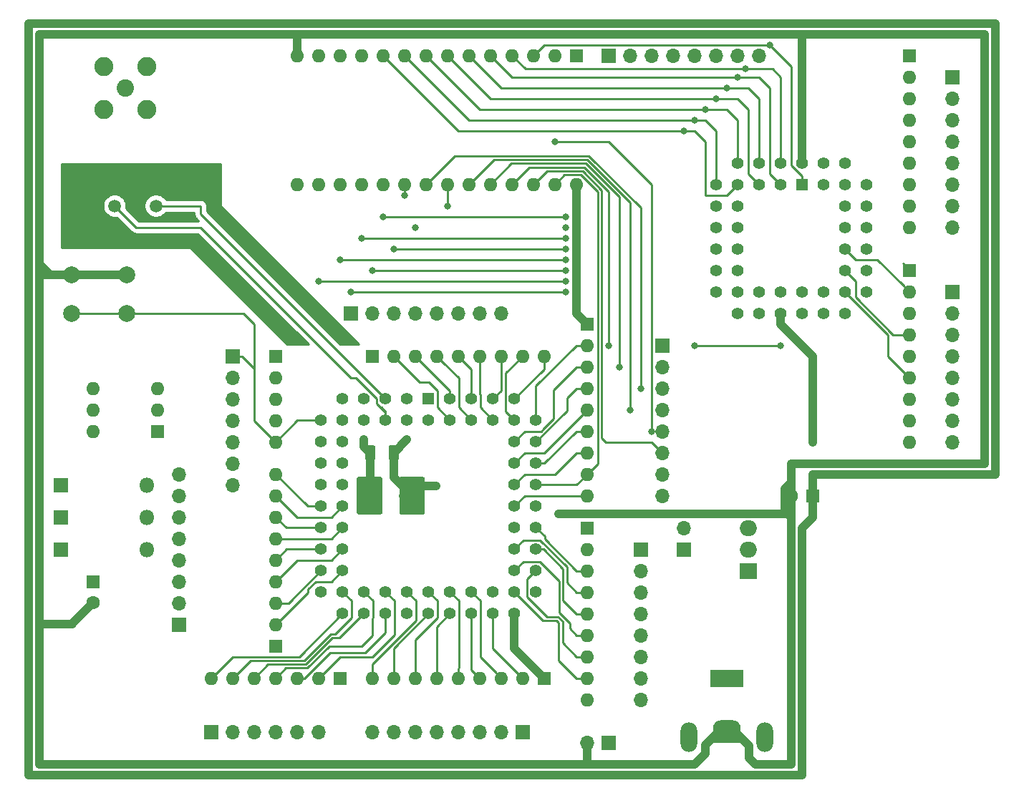
<source format=gbr>
G04 #@! TF.GenerationSoftware,KiCad,Pcbnew,(5.1.2-1)-1*
G04 #@! TF.CreationDate,2021-12-03T18:04:06-05:00*
G04 #@! TF.ProjectId,TMP76C75T,544d5037-3643-4373-9554-2e6b69636164,rev?*
G04 #@! TF.SameCoordinates,Original*
G04 #@! TF.FileFunction,Copper,L2,Bot*
G04 #@! TF.FilePolarity,Positive*
%FSLAX46Y46*%
G04 Gerber Fmt 4.6, Leading zero omitted, Abs format (unit mm)*
G04 Created by KiCad (PCBNEW (5.1.2-1)-1) date 2021-12-03 18:04:06*
%MOMM*%
%LPD*%
G04 APERTURE LIST*
%ADD10C,1.422400*%
%ADD11R,1.422400X1.422400*%
%ADD12O,1.700000X1.700000*%
%ADD13R,1.700000X1.700000*%
%ADD14O,1.800000X1.800000*%
%ADD15R,1.800000X1.800000*%
%ADD16C,1.600000*%
%ADD17R,1.600000X1.600000*%
%ADD18C,0.100000*%
%ADD19C,3.025000*%
%ADD20C,1.250000*%
%ADD21O,2.000000X3.500000*%
%ADD22O,3.300000X2.000000*%
%ADD23R,4.000000X2.000000*%
%ADD24O,2.000000X1.905000*%
%ADD25R,2.000000X1.905000*%
%ADD26O,1.600000X1.600000*%
%ADD27C,2.000000*%
%ADD28C,1.500000*%
%ADD29C,2.250000*%
%ADD30C,2.050000*%
%ADD31C,0.800000*%
%ADD32C,0.250000*%
%ADD33C,1.000000*%
%ADD34C,0.254000*%
G04 APERTURE END LIST*
D10*
X184150000Y-72390000D03*
X184150000Y-74930000D03*
X184150000Y-77470000D03*
X184150000Y-80010000D03*
X184150000Y-82550000D03*
X181610000Y-69850000D03*
X181610000Y-74930000D03*
X181610000Y-77470000D03*
X181610000Y-80010000D03*
X181610000Y-82550000D03*
X181610000Y-85090000D03*
X181610000Y-87630000D03*
X179070000Y-87630000D03*
X176530000Y-87630000D03*
X173990000Y-87630000D03*
X171450000Y-87630000D03*
X168910000Y-87630000D03*
X184150000Y-85090000D03*
X179070000Y-85090000D03*
X176530000Y-85090000D03*
X173990000Y-85090000D03*
X171450000Y-85090000D03*
X168910000Y-85090000D03*
X166370000Y-85090000D03*
X166370000Y-82550000D03*
X166370000Y-80010000D03*
X166370000Y-77470000D03*
X166370000Y-74930000D03*
X166370000Y-72390000D03*
X168910000Y-82550000D03*
X168910000Y-80010000D03*
X168910000Y-77470000D03*
X168910000Y-74930000D03*
X168910000Y-72390000D03*
X179070000Y-69850000D03*
X176530000Y-69850000D03*
X168910000Y-69850000D03*
X171450000Y-69850000D03*
X173990000Y-69850000D03*
X181610000Y-72390000D03*
X179070000Y-72390000D03*
X171450000Y-72390000D03*
X173990000Y-72390000D03*
D11*
X176530000Y-72390000D03*
D12*
X171450000Y-57150000D03*
X168910000Y-57150000D03*
X166370000Y-57150000D03*
X163830000Y-57150000D03*
X161290000Y-57150000D03*
X158750000Y-57150000D03*
X156210000Y-57150000D03*
D13*
X153670000Y-57150000D03*
D10*
X145075199Y-100300000D03*
X145075199Y-102840000D03*
X145075199Y-105380000D03*
X145075199Y-107920000D03*
X145075199Y-110460000D03*
X145075199Y-113000000D03*
X145075199Y-115540000D03*
X145075199Y-118080000D03*
X142535199Y-97760000D03*
X142535199Y-102840000D03*
X142535199Y-105380000D03*
X142535199Y-107920000D03*
X142535199Y-110460000D03*
X142535199Y-113000000D03*
X142535199Y-115540000D03*
X142535199Y-118080000D03*
X142535199Y-120620000D03*
X142535199Y-123160000D03*
X139995199Y-123160000D03*
X137455199Y-123160000D03*
X134915199Y-123160000D03*
X132375199Y-123160000D03*
X129835199Y-123160000D03*
X127295199Y-123160000D03*
X124755199Y-123160000D03*
X122215199Y-123160000D03*
X145075199Y-120620000D03*
X139995199Y-120620000D03*
X137455199Y-120620000D03*
X134915199Y-120620000D03*
X132375199Y-120620000D03*
X129835199Y-120620000D03*
X127295199Y-120620000D03*
X124755199Y-120620000D03*
X122215199Y-120620000D03*
X119675199Y-120620000D03*
X119675199Y-118080000D03*
X119675199Y-115540000D03*
X119675199Y-113000000D03*
X119675199Y-110460000D03*
X119675199Y-107920000D03*
X119675199Y-105380000D03*
X119675199Y-102840000D03*
X119675199Y-100300000D03*
X122215199Y-118080000D03*
X122215199Y-115540000D03*
X122215199Y-113000000D03*
X122215199Y-110460000D03*
X122215199Y-107920000D03*
X122215199Y-105380000D03*
X122215199Y-102840000D03*
X122215199Y-100300000D03*
X139995199Y-97760000D03*
X137455199Y-97760000D03*
X134915199Y-97760000D03*
X122215199Y-97760000D03*
X124755199Y-97760000D03*
X127295199Y-97760000D03*
X129835199Y-97760000D03*
D11*
X132375199Y-97760000D03*
D10*
X142535199Y-100300000D03*
X139995199Y-100300000D03*
X137455199Y-100300000D03*
X134915199Y-100300000D03*
X124755199Y-100300000D03*
X127295199Y-100300000D03*
X129835199Y-100300000D03*
X132375199Y-100300000D03*
D14*
X99060000Y-107950000D03*
D15*
X88900000Y-107950000D03*
D16*
X92710000Y-121880000D03*
D17*
X92710000Y-119380000D03*
D16*
X175300000Y-109220000D03*
D17*
X177800000Y-109220000D03*
D18*
G36*
X131709503Y-106996204D02*
G01*
X131733772Y-106999804D01*
X131757570Y-107005765D01*
X131780670Y-107014030D01*
X131802849Y-107024520D01*
X131823892Y-107037133D01*
X131843598Y-107051748D01*
X131861776Y-107068224D01*
X131878252Y-107086402D01*
X131892867Y-107106108D01*
X131905480Y-107127151D01*
X131915970Y-107149330D01*
X131924235Y-107172430D01*
X131930196Y-107196228D01*
X131933796Y-107220497D01*
X131935000Y-107245001D01*
X131935000Y-111194999D01*
X131933796Y-111219503D01*
X131930196Y-111243772D01*
X131924235Y-111267570D01*
X131915970Y-111290670D01*
X131905480Y-111312849D01*
X131892867Y-111333892D01*
X131878252Y-111353598D01*
X131861776Y-111371776D01*
X131843598Y-111388252D01*
X131823892Y-111402867D01*
X131802849Y-111415480D01*
X131780670Y-111425970D01*
X131757570Y-111434235D01*
X131733772Y-111440196D01*
X131709503Y-111443796D01*
X131684999Y-111445000D01*
X129160001Y-111445000D01*
X129135497Y-111443796D01*
X129111228Y-111440196D01*
X129087430Y-111434235D01*
X129064330Y-111425970D01*
X129042151Y-111415480D01*
X129021108Y-111402867D01*
X129001402Y-111388252D01*
X128983224Y-111371776D01*
X128966748Y-111353598D01*
X128952133Y-111333892D01*
X128939520Y-111312849D01*
X128929030Y-111290670D01*
X128920765Y-111267570D01*
X128914804Y-111243772D01*
X128911204Y-111219503D01*
X128910000Y-111194999D01*
X128910000Y-107245001D01*
X128911204Y-107220497D01*
X128914804Y-107196228D01*
X128920765Y-107172430D01*
X128929030Y-107149330D01*
X128939520Y-107127151D01*
X128952133Y-107106108D01*
X128966748Y-107086402D01*
X128983224Y-107068224D01*
X129001402Y-107051748D01*
X129021108Y-107037133D01*
X129042151Y-107024520D01*
X129064330Y-107014030D01*
X129087430Y-107005765D01*
X129111228Y-106999804D01*
X129135497Y-106996204D01*
X129160001Y-106995000D01*
X131684999Y-106995000D01*
X131709503Y-106996204D01*
X131709503Y-106996204D01*
G37*
D19*
X130422500Y-109220000D03*
D18*
G36*
X126684503Y-106996204D02*
G01*
X126708772Y-106999804D01*
X126732570Y-107005765D01*
X126755670Y-107014030D01*
X126777849Y-107024520D01*
X126798892Y-107037133D01*
X126818598Y-107051748D01*
X126836776Y-107068224D01*
X126853252Y-107086402D01*
X126867867Y-107106108D01*
X126880480Y-107127151D01*
X126890970Y-107149330D01*
X126899235Y-107172430D01*
X126905196Y-107196228D01*
X126908796Y-107220497D01*
X126910000Y-107245001D01*
X126910000Y-111194999D01*
X126908796Y-111219503D01*
X126905196Y-111243772D01*
X126899235Y-111267570D01*
X126890970Y-111290670D01*
X126880480Y-111312849D01*
X126867867Y-111333892D01*
X126853252Y-111353598D01*
X126836776Y-111371776D01*
X126818598Y-111388252D01*
X126798892Y-111402867D01*
X126777849Y-111415480D01*
X126755670Y-111425970D01*
X126732570Y-111434235D01*
X126708772Y-111440196D01*
X126684503Y-111443796D01*
X126659999Y-111445000D01*
X124135001Y-111445000D01*
X124110497Y-111443796D01*
X124086228Y-111440196D01*
X124062430Y-111434235D01*
X124039330Y-111425970D01*
X124017151Y-111415480D01*
X123996108Y-111402867D01*
X123976402Y-111388252D01*
X123958224Y-111371776D01*
X123941748Y-111353598D01*
X123927133Y-111333892D01*
X123914520Y-111312849D01*
X123904030Y-111290670D01*
X123895765Y-111267570D01*
X123889804Y-111243772D01*
X123886204Y-111219503D01*
X123885000Y-111194999D01*
X123885000Y-107245001D01*
X123886204Y-107220497D01*
X123889804Y-107196228D01*
X123895765Y-107172430D01*
X123904030Y-107149330D01*
X123914520Y-107127151D01*
X123927133Y-107106108D01*
X123941748Y-107086402D01*
X123958224Y-107068224D01*
X123976402Y-107051748D01*
X123996108Y-107037133D01*
X124017151Y-107024520D01*
X124039330Y-107014030D01*
X124062430Y-107005765D01*
X124086228Y-106999804D01*
X124110497Y-106996204D01*
X124135001Y-106995000D01*
X126659999Y-106995000D01*
X126684503Y-106996204D01*
X126684503Y-106996204D01*
G37*
D19*
X125397500Y-109220000D03*
D18*
G36*
X128669504Y-103266204D02*
G01*
X128693773Y-103269804D01*
X128717571Y-103275765D01*
X128740671Y-103284030D01*
X128762849Y-103294520D01*
X128783893Y-103307133D01*
X128803598Y-103321747D01*
X128821777Y-103338223D01*
X128838253Y-103356402D01*
X128852867Y-103376107D01*
X128865480Y-103397151D01*
X128875970Y-103419329D01*
X128884235Y-103442429D01*
X128890196Y-103466227D01*
X128893796Y-103490496D01*
X128895000Y-103515000D01*
X128895000Y-104765000D01*
X128893796Y-104789504D01*
X128890196Y-104813773D01*
X128884235Y-104837571D01*
X128875970Y-104860671D01*
X128865480Y-104882849D01*
X128852867Y-104903893D01*
X128838253Y-104923598D01*
X128821777Y-104941777D01*
X128803598Y-104958253D01*
X128783893Y-104972867D01*
X128762849Y-104985480D01*
X128740671Y-104995970D01*
X128717571Y-105004235D01*
X128693773Y-105010196D01*
X128669504Y-105013796D01*
X128645000Y-105015000D01*
X127895000Y-105015000D01*
X127870496Y-105013796D01*
X127846227Y-105010196D01*
X127822429Y-105004235D01*
X127799329Y-104995970D01*
X127777151Y-104985480D01*
X127756107Y-104972867D01*
X127736402Y-104958253D01*
X127718223Y-104941777D01*
X127701747Y-104923598D01*
X127687133Y-104903893D01*
X127674520Y-104882849D01*
X127664030Y-104860671D01*
X127655765Y-104837571D01*
X127649804Y-104813773D01*
X127646204Y-104789504D01*
X127645000Y-104765000D01*
X127645000Y-103515000D01*
X127646204Y-103490496D01*
X127649804Y-103466227D01*
X127655765Y-103442429D01*
X127664030Y-103419329D01*
X127674520Y-103397151D01*
X127687133Y-103376107D01*
X127701747Y-103356402D01*
X127718223Y-103338223D01*
X127736402Y-103321747D01*
X127756107Y-103307133D01*
X127777151Y-103294520D01*
X127799329Y-103284030D01*
X127822429Y-103275765D01*
X127846227Y-103269804D01*
X127870496Y-103266204D01*
X127895000Y-103265000D01*
X128645000Y-103265000D01*
X128669504Y-103266204D01*
X128669504Y-103266204D01*
G37*
D20*
X128270000Y-104140000D03*
D18*
G36*
X125869504Y-103266204D02*
G01*
X125893773Y-103269804D01*
X125917571Y-103275765D01*
X125940671Y-103284030D01*
X125962849Y-103294520D01*
X125983893Y-103307133D01*
X126003598Y-103321747D01*
X126021777Y-103338223D01*
X126038253Y-103356402D01*
X126052867Y-103376107D01*
X126065480Y-103397151D01*
X126075970Y-103419329D01*
X126084235Y-103442429D01*
X126090196Y-103466227D01*
X126093796Y-103490496D01*
X126095000Y-103515000D01*
X126095000Y-104765000D01*
X126093796Y-104789504D01*
X126090196Y-104813773D01*
X126084235Y-104837571D01*
X126075970Y-104860671D01*
X126065480Y-104882849D01*
X126052867Y-104903893D01*
X126038253Y-104923598D01*
X126021777Y-104941777D01*
X126003598Y-104958253D01*
X125983893Y-104972867D01*
X125962849Y-104985480D01*
X125940671Y-104995970D01*
X125917571Y-105004235D01*
X125893773Y-105010196D01*
X125869504Y-105013796D01*
X125845000Y-105015000D01*
X125095000Y-105015000D01*
X125070496Y-105013796D01*
X125046227Y-105010196D01*
X125022429Y-105004235D01*
X124999329Y-104995970D01*
X124977151Y-104985480D01*
X124956107Y-104972867D01*
X124936402Y-104958253D01*
X124918223Y-104941777D01*
X124901747Y-104923598D01*
X124887133Y-104903893D01*
X124874520Y-104882849D01*
X124864030Y-104860671D01*
X124855765Y-104837571D01*
X124849804Y-104813773D01*
X124846204Y-104789504D01*
X124845000Y-104765000D01*
X124845000Y-103515000D01*
X124846204Y-103490496D01*
X124849804Y-103466227D01*
X124855765Y-103442429D01*
X124864030Y-103419329D01*
X124874520Y-103397151D01*
X124887133Y-103376107D01*
X124901747Y-103356402D01*
X124918223Y-103338223D01*
X124936402Y-103321747D01*
X124956107Y-103307133D01*
X124977151Y-103294520D01*
X124999329Y-103284030D01*
X125022429Y-103275765D01*
X125046227Y-103269804D01*
X125070496Y-103266204D01*
X125095000Y-103265000D01*
X125845000Y-103265000D01*
X125869504Y-103266204D01*
X125869504Y-103266204D01*
G37*
D20*
X125470000Y-104140000D03*
D21*
X172140000Y-137810000D03*
X163140000Y-137810000D03*
D22*
X167640000Y-136810000D03*
D23*
X167640000Y-130810000D03*
D12*
X162560000Y-113030000D03*
D13*
X162560000Y-115570000D03*
D24*
X170180000Y-113030000D03*
X170180000Y-115570000D03*
D25*
X170180000Y-118110000D03*
D12*
X151130000Y-138430000D03*
D13*
X153670000Y-138430000D03*
D26*
X92710000Y-101600000D03*
X100330000Y-96520000D03*
X92710000Y-99060000D03*
X100330000Y-99060000D03*
X92710000Y-96520000D03*
D17*
X100330000Y-101600000D03*
D14*
X99060000Y-115570000D03*
D15*
X88900000Y-115570000D03*
D14*
X99060000Y-111760000D03*
D15*
X88900000Y-111760000D03*
D27*
X96670000Y-83130000D03*
X96670000Y-87630000D03*
X90170000Y-83130000D03*
X90170000Y-87630000D03*
D28*
X100150000Y-74930000D03*
X95250000Y-74930000D03*
D12*
X109220000Y-107950000D03*
X109220000Y-105410000D03*
X109220000Y-102870000D03*
X109220000Y-100330000D03*
X109220000Y-97790000D03*
X109220000Y-95250000D03*
D13*
X109220000Y-92710000D03*
D26*
X151130000Y-133350000D03*
X151130000Y-130810000D03*
X151130000Y-128270000D03*
X151130000Y-125730000D03*
X151130000Y-123190000D03*
X151130000Y-120650000D03*
X151130000Y-118110000D03*
X151130000Y-115570000D03*
D17*
X151130000Y-113030000D03*
D12*
X119380000Y-137160000D03*
X116840000Y-137160000D03*
X114300000Y-137160000D03*
X111760000Y-137160000D03*
X109220000Y-137160000D03*
D13*
X106680000Y-137160000D03*
D12*
X140970000Y-87630000D03*
X138430000Y-87630000D03*
X135890000Y-87630000D03*
X133350000Y-87630000D03*
X130810000Y-87630000D03*
X128270000Y-87630000D03*
X125730000Y-87630000D03*
D13*
X123190000Y-87630000D03*
D12*
X194310000Y-102870000D03*
X194310000Y-100330000D03*
X194310000Y-97790000D03*
X194310000Y-95250000D03*
X194310000Y-92710000D03*
X194310000Y-90170000D03*
X194310000Y-87630000D03*
D13*
X194310000Y-85090000D03*
D12*
X194310000Y-77470000D03*
X194310000Y-74930000D03*
X194310000Y-72390000D03*
X194310000Y-69850000D03*
X194310000Y-67310000D03*
X194310000Y-64770000D03*
X194310000Y-62230000D03*
D13*
X194310000Y-59690000D03*
D12*
X157480000Y-133350000D03*
X157480000Y-130810000D03*
X157480000Y-128270000D03*
X157480000Y-125730000D03*
X157480000Y-123190000D03*
X157480000Y-120650000D03*
X157480000Y-118110000D03*
D13*
X157480000Y-115570000D03*
D12*
X160020000Y-109220000D03*
X160020000Y-106680000D03*
X160020000Y-104140000D03*
X160020000Y-101600000D03*
X160020000Y-99060000D03*
X160020000Y-96520000D03*
X160020000Y-93980000D03*
D13*
X160020000Y-91440000D03*
D12*
X125730000Y-137160000D03*
X128270000Y-137160000D03*
X130810000Y-137160000D03*
X133350000Y-137160000D03*
X135890000Y-137160000D03*
X138430000Y-137160000D03*
X140970000Y-137160000D03*
D13*
X143510000Y-137160000D03*
D12*
X102870000Y-106680000D03*
X102870000Y-109220000D03*
X102870000Y-111760000D03*
X102870000Y-114300000D03*
X102870000Y-116840000D03*
X102870000Y-119380000D03*
X102870000Y-121920000D03*
D13*
X102870000Y-124460000D03*
D26*
X149860000Y-72390000D03*
X116840000Y-57150000D03*
X147320000Y-72390000D03*
X119380000Y-57150000D03*
X144780000Y-72390000D03*
X121920000Y-57150000D03*
X142240000Y-72390000D03*
X124460000Y-57150000D03*
X139700000Y-72390000D03*
X127000000Y-57150000D03*
X137160000Y-72390000D03*
X129540000Y-57150000D03*
X134620000Y-72390000D03*
X132080000Y-57150000D03*
X132080000Y-72390000D03*
X134620000Y-57150000D03*
X129540000Y-72390000D03*
X137160000Y-57150000D03*
X127000000Y-72390000D03*
X139700000Y-57150000D03*
X124460000Y-72390000D03*
X142240000Y-57150000D03*
X121920000Y-72390000D03*
X144780000Y-57150000D03*
X119380000Y-72390000D03*
X147320000Y-57150000D03*
X116840000Y-72390000D03*
D17*
X149860000Y-57150000D03*
D26*
X189230000Y-102870000D03*
X189230000Y-100330000D03*
X189230000Y-97790000D03*
X189230000Y-95250000D03*
X189230000Y-92710000D03*
X189230000Y-90170000D03*
X189230000Y-87630000D03*
X189230000Y-85090000D03*
D17*
X189230000Y-82550000D03*
D26*
X189230000Y-77470000D03*
X189230000Y-74930000D03*
X189230000Y-72390000D03*
X189230000Y-69850000D03*
X189230000Y-67310000D03*
X189230000Y-64770000D03*
X189230000Y-62230000D03*
X189230000Y-59690000D03*
D17*
X189230000Y-57150000D03*
D26*
X125730000Y-130810000D03*
X128270000Y-130810000D03*
X130810000Y-130810000D03*
X133350000Y-130810000D03*
X135890000Y-130810000D03*
X138430000Y-130810000D03*
X140970000Y-130810000D03*
X143510000Y-130810000D03*
D17*
X146050000Y-130810000D03*
D26*
X106680000Y-130810000D03*
X109220000Y-130810000D03*
X111760000Y-130810000D03*
X114300000Y-130810000D03*
X116840000Y-130810000D03*
X119380000Y-130810000D03*
D17*
X121920000Y-130810000D03*
D26*
X151130000Y-109220000D03*
X151130000Y-106680000D03*
X151130000Y-104140000D03*
X151130000Y-101600000D03*
X151130000Y-99060000D03*
X151130000Y-96520000D03*
X151130000Y-93980000D03*
X151130000Y-91440000D03*
D17*
X151130000Y-88900000D03*
D26*
X146050000Y-92710000D03*
X143510000Y-92710000D03*
X140970000Y-92710000D03*
X138430000Y-92710000D03*
X135890000Y-92710000D03*
X133350000Y-92710000D03*
X130810000Y-92710000D03*
X128270000Y-92710000D03*
D17*
X125730000Y-92710000D03*
D26*
X114300000Y-102870000D03*
X114300000Y-100330000D03*
X114300000Y-97790000D03*
X114300000Y-95250000D03*
D17*
X114300000Y-92710000D03*
D26*
X114300000Y-106680000D03*
X114300000Y-109220000D03*
X114300000Y-111760000D03*
X114300000Y-114300000D03*
X114300000Y-116840000D03*
X114300000Y-119380000D03*
X114300000Y-121920000D03*
X114300000Y-124460000D03*
D17*
X114300000Y-127000000D03*
D29*
X93980000Y-58420000D03*
X99060000Y-58420000D03*
X99060000Y-63500000D03*
X93980000Y-63500000D03*
D30*
X96520000Y-60960000D03*
D31*
X115570000Y-90170000D03*
X121920000Y-90170000D03*
X116840000Y-54610000D03*
X185420000Y-54610000D03*
X102870000Y-54610000D03*
X86360000Y-96520000D03*
X91440000Y-140970000D03*
X175260000Y-120650000D03*
X175260000Y-128270000D03*
X175260000Y-114300000D03*
X147719999Y-111360001D03*
X156210000Y-140970000D03*
X86360000Y-67310000D03*
X86360000Y-78740000D03*
X86360000Y-55880000D03*
X87630000Y-54610000D03*
X92710000Y-54610000D03*
X107950000Y-54610000D03*
X129835199Y-102574801D03*
X133226621Y-108073379D03*
X90170000Y-71120000D03*
X90170000Y-78740000D03*
X104140000Y-78740000D03*
X106680000Y-71120000D03*
X91440000Y-72390000D03*
X91440000Y-77470000D03*
X104140000Y-76200000D03*
X105410000Y-72390000D03*
X102870000Y-142240000D03*
X146050000Y-142240000D03*
X121920000Y-142240000D03*
X149860000Y-53340000D03*
X85090000Y-92710000D03*
X176530000Y-113030000D03*
X199390000Y-82550000D03*
X189230000Y-53340000D03*
X185420000Y-53340000D03*
X102870000Y-53340000D03*
X85090000Y-96520000D03*
X91440000Y-142240000D03*
X154940000Y-142240000D03*
X176530000Y-128270000D03*
X176530000Y-120650000D03*
X177800000Y-102870000D03*
X177800000Y-106680000D03*
X156210000Y-142240000D03*
X124755199Y-102574801D03*
X130810000Y-77470000D03*
X148590000Y-77470000D03*
X127000000Y-76200000D03*
X148590000Y-76200000D03*
X128270000Y-80010000D03*
X148590000Y-80010000D03*
X148590000Y-78740000D03*
X124460000Y-78740000D03*
X148590000Y-82550000D03*
X125730000Y-82550000D03*
X148590000Y-81280000D03*
X121920000Y-81280000D03*
X148590000Y-85090000D03*
X123190000Y-85090000D03*
X148590000Y-83820000D03*
X119380000Y-83820000D03*
X147320000Y-67310000D03*
X158750000Y-101600000D03*
X156210000Y-99060000D03*
X157480000Y-96520000D03*
X154940000Y-93980000D03*
X163830000Y-91440000D03*
X153670000Y-91440000D03*
X173990000Y-91440000D03*
X162560000Y-66040000D03*
X163830000Y-64770000D03*
X134620000Y-74930000D03*
X165100000Y-63500000D03*
X166370000Y-62230000D03*
X129540000Y-73660000D03*
X167640000Y-60960000D03*
X168910000Y-59690000D03*
X169874989Y-58725011D03*
X172720000Y-55880000D03*
D32*
X86360000Y-54610000D02*
X86360000Y-55880000D01*
X102870000Y-54610000D02*
X86360000Y-54610000D01*
X86360000Y-55880000D02*
X86360000Y-78740000D01*
X175013790Y-111513790D02*
X175260000Y-111760000D01*
X175260000Y-120650000D02*
X175260000Y-114300000D01*
X175260000Y-114300000D02*
X175260000Y-111760000D01*
X175260000Y-111760000D02*
X175260000Y-105410000D01*
D33*
X174530000Y-111030000D02*
X175260000Y-111760000D01*
X174530000Y-109220000D02*
X174530000Y-111030000D01*
X175260000Y-127704315D02*
X175260000Y-128270000D01*
X175229999Y-127674314D02*
X175260000Y-127704315D01*
X175260000Y-105410000D02*
X175229999Y-105440001D01*
X175229999Y-106710001D02*
X175229999Y-127674314D01*
X175229999Y-107671473D02*
X175229999Y-106710001D01*
X174530000Y-108371472D02*
X175229999Y-107671473D01*
X174530000Y-109220000D02*
X174530000Y-108371472D01*
X175229999Y-105440001D02*
X175229999Y-106710001D01*
X198120000Y-105410000D02*
X198120000Y-54610000D01*
X175260000Y-140970000D02*
X171020002Y-140970000D01*
X175260000Y-128270000D02*
X175260000Y-140970000D01*
X170290000Y-140239998D02*
X170290000Y-138810000D01*
X168290000Y-136810000D02*
X167640000Y-136810000D01*
X171020002Y-140970000D02*
X170290000Y-140239998D01*
X167640000Y-136810000D02*
X166990000Y-136810000D01*
X165100000Y-138700000D02*
X165100000Y-139700000D01*
X165100000Y-139700000D02*
X163830000Y-140970000D01*
X86360000Y-140970000D02*
X86360000Y-124460000D01*
X86360000Y-118110000D02*
X86360000Y-124460000D01*
X86360000Y-124460000D02*
X86440000Y-124380000D01*
X86360000Y-81860000D02*
X87630000Y-83130000D01*
X86360000Y-54610000D02*
X87630000Y-54610000D01*
X175260000Y-111760000D02*
X174860001Y-111360001D01*
X116840000Y-54610000D02*
X116840000Y-57150000D01*
X151130000Y-140970000D02*
X86360000Y-140970000D01*
X151130000Y-138430000D02*
X151130000Y-140970000D01*
X163830000Y-140970000D02*
X151130000Y-140970000D01*
D32*
X156210000Y-140970000D02*
X160020000Y-140970000D01*
D33*
X176530000Y-54610000D02*
X176530000Y-69850000D01*
X86360000Y-82550000D02*
X86360000Y-54610000D01*
X87630000Y-54610000D02*
X107950000Y-54610000D01*
X198120000Y-54610000D02*
X107950000Y-54610000D01*
X175260000Y-105410000D02*
X198120000Y-105410000D01*
X86360000Y-88900000D02*
X86360000Y-88320000D01*
X86360000Y-118110000D02*
X86360000Y-88900000D01*
X129835199Y-102574801D02*
X128270000Y-104140000D01*
X128270000Y-107067500D02*
X130422500Y-109220000D01*
X128270000Y-104140000D02*
X128270000Y-107067500D01*
X131569121Y-108073379D02*
X130422500Y-109220000D01*
X133226621Y-108073379D02*
X131569121Y-108073379D01*
X96670000Y-83130000D02*
X87630000Y-83130000D01*
X86360000Y-88900000D02*
X86360000Y-82550000D01*
X86940000Y-83130000D02*
X86360000Y-82550000D01*
X90170000Y-83130000D02*
X86940000Y-83130000D01*
X90250000Y-124340000D02*
X90250000Y-124380000D01*
X92710000Y-121880000D02*
X90250000Y-124340000D01*
X86440000Y-124380000D02*
X90250000Y-124380000D01*
X165870000Y-137930000D02*
X169410000Y-137930000D01*
X169410000Y-137930000D02*
X168290000Y-136810000D01*
X170290000Y-138810000D02*
X169410000Y-137930000D01*
X166990000Y-136810000D02*
X165870000Y-137930000D01*
X165870000Y-137930000D02*
X165100000Y-138700000D01*
X147719999Y-111360001D02*
X174860001Y-111360001D01*
D32*
X188430001Y-81750001D02*
X189230000Y-82550000D01*
D33*
X199390000Y-53340000D02*
X199390000Y-106680000D01*
X173990000Y-53340000D02*
X85090000Y-53340000D01*
X85090000Y-53340000D02*
X85090000Y-142240000D01*
X85090000Y-142240000D02*
X156210000Y-142240000D01*
X142535199Y-127295199D02*
X146050000Y-130810000D01*
X142535199Y-123160000D02*
X142535199Y-127295199D01*
X149860000Y-87630000D02*
X151130000Y-88900000D01*
X149860000Y-72390000D02*
X149860000Y-87630000D01*
X156210000Y-142240000D02*
X176530000Y-142240000D01*
X173990000Y-87630000D02*
X173990000Y-88900000D01*
X199390000Y-53340000D02*
X173990000Y-53340000D01*
X177800000Y-106680000D02*
X177800000Y-109220000D01*
X173990000Y-88900000D02*
X177800000Y-92710000D01*
X177800000Y-92710000D02*
X177800000Y-102870000D01*
X177800000Y-106680000D02*
X199390000Y-106680000D01*
X177800000Y-111760000D02*
X176530000Y-113030000D01*
X177800000Y-109220000D02*
X177800000Y-111760000D01*
X176530000Y-113030000D02*
X176530000Y-142240000D01*
X124755199Y-103425199D02*
X125470000Y-104140000D01*
X124755199Y-102574801D02*
X124755199Y-103425199D01*
X125470000Y-109147500D02*
X125397500Y-109220000D01*
X125470000Y-104140000D02*
X125470000Y-109147500D01*
D32*
X105410000Y-75874801D02*
X127295199Y-97760000D01*
X105410000Y-74930000D02*
X105410000Y-75874801D01*
X100150000Y-74930000D02*
X105410000Y-74930000D01*
X126797188Y-98796201D02*
X127295199Y-99294212D01*
X95250000Y-74930000D02*
X97790000Y-77470000D01*
X97790000Y-77470000D02*
X105410000Y-77470000D01*
X105410000Y-77470000D02*
X123190000Y-95250000D01*
X126258998Y-98318998D02*
X127295199Y-99355199D01*
X126258998Y-97730221D02*
X126258998Y-98318998D01*
X123778777Y-95250000D02*
X126258998Y-97730221D01*
X123190000Y-95250000D02*
X123778777Y-95250000D01*
X127295199Y-99355199D02*
X127295199Y-100300000D01*
X127295199Y-99294212D02*
X127295199Y-99355199D01*
X146050000Y-94245199D02*
X142535199Y-97760000D01*
X146050000Y-92710000D02*
X146050000Y-94245199D01*
X141498998Y-99263799D02*
X142535199Y-100300000D01*
X141498998Y-94721002D02*
X141498998Y-99263799D01*
X143510000Y-92710000D02*
X141498998Y-94721002D01*
X127000000Y-76200000D02*
X148590000Y-76200000D01*
X140970000Y-96785199D02*
X139995199Y-97760000D01*
X140970000Y-92710000D02*
X140970000Y-96785199D01*
X128270000Y-80010000D02*
X148590000Y-80010000D01*
X127000000Y-78740000D02*
X148590000Y-78740000D01*
X124460000Y-78740000D02*
X127000000Y-78740000D01*
X125730000Y-78740000D02*
X127000000Y-78740000D01*
X138491400Y-98796201D02*
X139995199Y-100300000D01*
X138491400Y-97262623D02*
X138491400Y-98796201D01*
X138430000Y-97201223D02*
X138491400Y-97262623D01*
X138430000Y-92710000D02*
X138430000Y-97201223D01*
X137455199Y-94275199D02*
X137455199Y-97760000D01*
X135890000Y-92710000D02*
X137455199Y-94275199D01*
X125730000Y-82550000D02*
X148590000Y-82550000D01*
X121920000Y-81280000D02*
X148590000Y-81280000D01*
X134149999Y-93509999D02*
X133350000Y-92710000D01*
X135951400Y-98796201D02*
X135951400Y-95311400D01*
X135951400Y-95311400D02*
X134149999Y-93509999D01*
X137455199Y-100300000D02*
X135951400Y-98796201D01*
X134915199Y-96815199D02*
X134915199Y-97760000D01*
X130810000Y-92710000D02*
X134915199Y-96815199D01*
X123190000Y-85090000D02*
X148590000Y-85090000D01*
X133411400Y-98796201D02*
X134915199Y-100300000D01*
X133411400Y-96788799D02*
X133411400Y-98796201D01*
X132401599Y-95778998D02*
X133411400Y-96788799D01*
X131338998Y-95778998D02*
X132401599Y-95778998D01*
X128270000Y-92710000D02*
X131338998Y-95778998D01*
X119380000Y-83820000D02*
X148590000Y-83820000D01*
X143775199Y-109220000D02*
X142535199Y-110460000D01*
X151130000Y-109220000D02*
X143775199Y-109220000D01*
X149890000Y-107920000D02*
X151130000Y-106680000D01*
X145075199Y-107920000D02*
X149890000Y-107920000D01*
X152400000Y-73264998D02*
X152400000Y-105410000D01*
X152400000Y-105410000D02*
X151130000Y-106680000D01*
X150400001Y-71264999D02*
X152400000Y-73264998D01*
X148445001Y-71264999D02*
X150400001Y-71264999D01*
X147320000Y-72390000D02*
X148445001Y-71264999D01*
X144780000Y-72390000D02*
X146355011Y-70814989D01*
X150586401Y-70814989D02*
X152850010Y-73078598D01*
X146355011Y-70814989D02*
X150586401Y-70814989D01*
X153300020Y-102870000D02*
X152850010Y-102419990D01*
X152850010Y-73078598D02*
X152850010Y-102419990D01*
X149860000Y-104140000D02*
X151130000Y-104140000D01*
X147320000Y-106680000D02*
X149860000Y-104140000D01*
X143775199Y-106680000D02*
X147320000Y-106680000D01*
X142535199Y-107920000D02*
X143775199Y-106680000D01*
X158750000Y-102870000D02*
X160020000Y-104140000D01*
X153300020Y-102870000D02*
X158750000Y-102870000D01*
X146080000Y-105380000D02*
X145075199Y-105380000D01*
X149860000Y-101600000D02*
X146080000Y-105380000D01*
X149860000Y-101600000D02*
X151130000Y-101600000D01*
X158750000Y-72390000D02*
X158750000Y-101600000D01*
X153670000Y-67310000D02*
X158750000Y-72390000D01*
X147320000Y-67310000D02*
X153670000Y-67310000D01*
X151145604Y-69464962D02*
X156210000Y-74529358D01*
X140085038Y-69464962D02*
X151145604Y-69464962D01*
X137160000Y-72390000D02*
X140085038Y-69464962D01*
X156210000Y-74529358D02*
X156210000Y-99060000D01*
X142535199Y-105380000D02*
X143775199Y-104140000D01*
X143775199Y-104140000D02*
X146050000Y-104140000D01*
X151130000Y-99060000D02*
X146050000Y-104140000D01*
X151332005Y-69014953D02*
X157480000Y-75162948D01*
X135455047Y-69014953D02*
X151332005Y-69014953D01*
X132080000Y-72390000D02*
X135455047Y-69014953D01*
X157480000Y-75162948D02*
X157480000Y-96520000D01*
X148734999Y-97645001D02*
X149860000Y-96520000D01*
X148734999Y-99180200D02*
X148734999Y-97645001D01*
X149860000Y-96520000D02*
X151130000Y-96520000D01*
X145075199Y-102840000D02*
X148734999Y-99180200D01*
X150959203Y-69914971D02*
X154940000Y-73895768D01*
X142175029Y-69914971D02*
X150959203Y-69914971D01*
X139700000Y-72390000D02*
X142175029Y-69914971D01*
X154940000Y-73895768D02*
X154940000Y-93980000D01*
X142535199Y-102840000D02*
X143775199Y-101600000D01*
X143775199Y-101600000D02*
X145678789Y-101600000D01*
X145678789Y-101600000D02*
X146111400Y-101167389D01*
X146111400Y-101167389D02*
X145864394Y-101414395D01*
X147134394Y-96705606D02*
X147134394Y-100144395D01*
X149860000Y-93980000D02*
X147134394Y-96705606D01*
X147134394Y-100144395D02*
X146111400Y-101167389D01*
X151130000Y-93980000D02*
X149860000Y-93980000D01*
X145075199Y-96224801D02*
X145075199Y-100300000D01*
X149860000Y-91440000D02*
X145075199Y-96224801D01*
X173725788Y-91440000D02*
X163830000Y-91440000D01*
X150772802Y-70364980D02*
X153670000Y-73262178D01*
X144265020Y-70364980D02*
X150772802Y-70364980D01*
X142240000Y-72390000D02*
X144265020Y-70364980D01*
X153670000Y-73262178D02*
X153670000Y-91440000D01*
X149860000Y-91440000D02*
X151130000Y-91440000D01*
X173857894Y-91307894D02*
X173725788Y-91440000D01*
X135890000Y-66040000D02*
X127000000Y-57150000D01*
X165100000Y-67310000D02*
X163830000Y-66040000D01*
X163830000Y-66040000D02*
X135890000Y-66040000D01*
X165100000Y-73660000D02*
X165100000Y-67310000D01*
X167640000Y-73660000D02*
X165100000Y-73660000D01*
X168910000Y-72390000D02*
X167640000Y-73660000D01*
X129540000Y-57150000D02*
X137160000Y-64770000D01*
X137160000Y-64770000D02*
X165100000Y-64770000D01*
X165100000Y-64770000D02*
X166370000Y-66040000D01*
X166370000Y-72390000D02*
X166370000Y-66040000D01*
X134620000Y-72390000D02*
X134620000Y-74930000D01*
X132080000Y-57150000D02*
X138430000Y-63500000D01*
X167640000Y-63500000D02*
X168910000Y-64770000D01*
X168910000Y-64770000D02*
X168910000Y-69850000D01*
X138430000Y-63500000D02*
X167640000Y-63500000D01*
X170180000Y-71120000D02*
X171450000Y-72390000D01*
X134620000Y-57150000D02*
X139700000Y-62230000D01*
X139700000Y-62230000D02*
X168910000Y-62230000D01*
X168910000Y-62230000D02*
X170180000Y-63500000D01*
X170180000Y-63500000D02*
X170180000Y-71120000D01*
X129540000Y-72390000D02*
X129540000Y-73660000D01*
X171450000Y-62230000D02*
X171450000Y-69850000D01*
X140970000Y-60960000D02*
X137160000Y-57150000D01*
X140970000Y-60960000D02*
X170180000Y-60960000D01*
X170180000Y-60960000D02*
X171450000Y-62230000D01*
X142240000Y-59690000D02*
X139700000Y-57150000D01*
X172720000Y-71120000D02*
X172720000Y-60960000D01*
X173990000Y-72390000D02*
X172720000Y-71120000D01*
X172720000Y-60960000D02*
X171450000Y-59690000D01*
X171450000Y-59690000D02*
X168910000Y-59690000D01*
X142240000Y-59690000D02*
X168910000Y-59690000D01*
X142240000Y-57150000D02*
X143815011Y-58725011D01*
X143815011Y-58725011D02*
X169874989Y-58725011D01*
X173025011Y-58725011D02*
X173990000Y-59690000D01*
X173990000Y-59690000D02*
X173990000Y-69850000D01*
X169874989Y-58725011D02*
X173025011Y-58725011D01*
X172720000Y-55880000D02*
X175260000Y-58420000D01*
X176530000Y-71428800D02*
X176530000Y-72390000D01*
X175260000Y-70158800D02*
X176530000Y-71428800D01*
X175260000Y-58420000D02*
X175260000Y-70158800D01*
X146050000Y-55880000D02*
X144780000Y-57150000D01*
X172720000Y-55880000D02*
X146050000Y-55880000D01*
X116870000Y-100300000D02*
X114300000Y-102870000D01*
X119675199Y-100300000D02*
X116870000Y-100300000D01*
X111760000Y-100330000D02*
X111760000Y-94150000D01*
X114300000Y-102870000D02*
X111760000Y-100330000D01*
X111760000Y-94150000D02*
X110320000Y-92710000D01*
X110320000Y-92710000D02*
X109220000Y-92710000D01*
X90170000Y-87630000D02*
X96670000Y-87630000D01*
X96670000Y-87630000D02*
X100740000Y-87630000D01*
X111760000Y-94150000D02*
X111760000Y-88900000D01*
X111760000Y-88900000D02*
X110490000Y-87630000D01*
X110490000Y-87630000D02*
X104140000Y-87630000D01*
X104140000Y-87630000D02*
X105240000Y-87630000D01*
X96670000Y-87630000D02*
X104140000Y-87630000D01*
X118080000Y-110460000D02*
X114300000Y-106680000D01*
X119675199Y-110460000D02*
X118080000Y-110460000D01*
X122215199Y-110460000D02*
X120915199Y-111760000D01*
X116840000Y-111760000D02*
X114300000Y-109220000D01*
X120915199Y-111760000D02*
X116840000Y-111760000D01*
X115540000Y-113000000D02*
X119675199Y-113000000D01*
X114300000Y-111760000D02*
X115540000Y-113000000D01*
X120915199Y-114300000D02*
X114300000Y-114300000D01*
X122215199Y-113000000D02*
X120915199Y-114300000D01*
X115600000Y-115540000D02*
X114300000Y-116840000D01*
X119675199Y-115540000D02*
X115600000Y-115540000D01*
X116840000Y-116840000D02*
X114300000Y-119380000D01*
X120915199Y-116840000D02*
X116840000Y-116840000D01*
X122215199Y-115540000D02*
X120915199Y-116840000D01*
X115835199Y-121920000D02*
X114300000Y-121920000D01*
X119675199Y-118080000D02*
X115835199Y-121920000D01*
X120915199Y-119380000D02*
X122215199Y-118080000D01*
X119011609Y-119380000D02*
X120915199Y-119380000D01*
X118110000Y-120281609D02*
X119011609Y-119380000D01*
X118110000Y-120650000D02*
X118110000Y-120281609D01*
X114300000Y-124460000D02*
X118110000Y-120650000D01*
X139995199Y-127295199D02*
X143510000Y-130810000D01*
X139995199Y-123160000D02*
X139995199Y-127295199D01*
X140170001Y-130010001D02*
X140970000Y-130810000D01*
X138491400Y-128331400D02*
X140170001Y-130010001D01*
X138491400Y-121656201D02*
X138491400Y-128331400D01*
X137455199Y-120620000D02*
X138491400Y-121656201D01*
X137455199Y-129835199D02*
X138430000Y-130810000D01*
X137455199Y-123160000D02*
X137455199Y-129835199D01*
X135890000Y-129678630D02*
X135890000Y-130810000D01*
X135951400Y-129617230D02*
X135890000Y-129678630D01*
X135951400Y-121656201D02*
X135951400Y-129617230D01*
X134915199Y-120620000D02*
X135951400Y-121656201D01*
X133350000Y-124725199D02*
X133350000Y-130810000D01*
X134915199Y-123160000D02*
X133350000Y-124725199D01*
X130810000Y-126258777D02*
X130810000Y-130810000D01*
X133411400Y-123657377D02*
X130810000Y-126258777D01*
X133411400Y-121656201D02*
X133411400Y-123657377D01*
X132375199Y-120620000D02*
X133411400Y-121656201D01*
X128270000Y-127265199D02*
X128270000Y-130810000D01*
X132375199Y-123160000D02*
X128270000Y-127265199D01*
X125730000Y-129168789D02*
X125730000Y-130810000D01*
X130871400Y-124027389D02*
X125730000Y-129168789D01*
X130871400Y-121656201D02*
X130871400Y-124027389D01*
X129835199Y-120620000D02*
X130871400Y-121656201D01*
X128331400Y-121656201D02*
X128331400Y-125668600D01*
X127295199Y-120620000D02*
X128331400Y-121656201D01*
X128331400Y-125668600D02*
X125730000Y-128270000D01*
X120650000Y-129540000D02*
X121920000Y-128270000D01*
X120891408Y-129298592D02*
X120650000Y-129540000D01*
X120650000Y-129540000D02*
X119380000Y-130810000D01*
X121920000Y-128270000D02*
X125730000Y-128270000D01*
X127295199Y-123160000D02*
X127295199Y-124165788D01*
X127295199Y-123160000D02*
X127295199Y-125434801D01*
X127295199Y-125434801D02*
X124910010Y-127819990D01*
X120705008Y-127819990D02*
X117714998Y-130810000D01*
X117714998Y-130810000D02*
X116840000Y-130810000D01*
X124910010Y-127819990D02*
X120705008Y-127819990D01*
X125730000Y-123718777D02*
X125791400Y-123657377D01*
X125791400Y-121656201D02*
X124755199Y-120620000D01*
X124458590Y-127001410D02*
X125730000Y-125730000D01*
X125730000Y-125730000D02*
X125730000Y-123718777D01*
X114300000Y-130810000D02*
X115489970Y-129620030D01*
X118032792Y-129620028D02*
X120651410Y-127001410D01*
X125791400Y-123657377D02*
X125791400Y-121656201D01*
X116759970Y-129620030D02*
X116759972Y-129620028D01*
X115489970Y-129620030D02*
X116759970Y-129620030D01*
X120651410Y-127001410D02*
X124458590Y-127001410D01*
X116759972Y-129620028D02*
X118032792Y-129620028D01*
X113399980Y-129170020D02*
X117846391Y-129170019D01*
X111760000Y-130810000D02*
X113399980Y-129170020D01*
X121866994Y-126048205D02*
X124755199Y-123160000D01*
X120968205Y-126048205D02*
X121866994Y-126048205D01*
X117846391Y-129170019D02*
X120968205Y-126048205D01*
X120781805Y-125598195D02*
X121310582Y-125598195D01*
X121310582Y-125598195D02*
X123251400Y-123657377D01*
X117659990Y-128720010D02*
X120781805Y-125598195D01*
X123251400Y-123657377D02*
X123251400Y-121656201D01*
X111309990Y-128720010D02*
X117659990Y-128720010D01*
X123251400Y-121656201D02*
X122215199Y-120620000D01*
X109220000Y-130810000D02*
X111309990Y-128720010D01*
X109220000Y-128270000D02*
X106680000Y-130810000D01*
X117105199Y-128270000D02*
X109220000Y-128270000D01*
X122215199Y-123160000D02*
X117105199Y-128270000D01*
X149860000Y-130810000D02*
X151130000Y-130810000D01*
X147770011Y-128720011D02*
X149860000Y-130810000D01*
X147770011Y-124273600D02*
X147770011Y-128720011D01*
X147506400Y-124009989D02*
X147770011Y-124273600D01*
X145925188Y-124009989D02*
X147506400Y-124009989D01*
X142535199Y-120620000D02*
X145925188Y-124009989D01*
X148220022Y-126630022D02*
X149860000Y-128270000D01*
X149860000Y-128270000D02*
X151130000Y-128270000D01*
X148220022Y-124087200D02*
X148220022Y-126630022D01*
X147692800Y-123559978D02*
X148220022Y-124087200D01*
X145075199Y-118080000D02*
X144038998Y-119116201D01*
X146422800Y-123559978D02*
X147692800Y-123559978D01*
X144038998Y-119116201D02*
X144038998Y-121176176D01*
X144038998Y-121176176D02*
X146422800Y-123559978D01*
X147834979Y-119306202D02*
X147834979Y-123065746D01*
X142535199Y-118080000D02*
X143571400Y-117043799D01*
X149060001Y-124290768D02*
X149060001Y-124930001D01*
X147834979Y-123065746D02*
X149060001Y-124290768D01*
X149060001Y-124930001D02*
X149860000Y-125730000D01*
X143571400Y-117043799D02*
X145572576Y-117043799D01*
X145572576Y-117043799D02*
X147834979Y-119306202D01*
X149860000Y-125730000D02*
X151130000Y-125730000D01*
X148284989Y-121614989D02*
X149860000Y-123190000D01*
X148284989Y-117852622D02*
X148284989Y-121614989D01*
X145972367Y-115540000D02*
X148284989Y-117852622D01*
X145075199Y-115540000D02*
X145972367Y-115540000D01*
X149860000Y-123190000D02*
X151130000Y-123190000D01*
X145572576Y-114503799D02*
X148734999Y-117666222D01*
X143571400Y-114503799D02*
X145572576Y-114503799D01*
X149860000Y-120650000D02*
X151130000Y-120650000D01*
X148734999Y-119524999D02*
X149860000Y-120650000D01*
X148734999Y-117666222D02*
X148734999Y-119524999D01*
X142535199Y-115540000D02*
X143571400Y-114503799D01*
X149860000Y-118110000D02*
X151130000Y-118110000D01*
X146111400Y-114036201D02*
X146111400Y-114361400D01*
X146111400Y-114361400D02*
X149860000Y-118110000D01*
X145075199Y-113000000D02*
X146111400Y-114036201D01*
X181610000Y-85090000D02*
X186690000Y-90170000D01*
X186690000Y-92710000D02*
X189230000Y-95250000D01*
X186690000Y-90170000D02*
X186690000Y-92710000D01*
X189230000Y-90170000D02*
X187326410Y-90170000D01*
X181610000Y-82550000D02*
X182880000Y-83820000D01*
X182880000Y-85090000D02*
X182880000Y-85723590D01*
X182880000Y-83820000D02*
X182880000Y-85090000D01*
X182880000Y-85090000D02*
X182880000Y-85353578D01*
X182880000Y-85723590D02*
X187326410Y-90170000D01*
X188430001Y-84290001D02*
X189230000Y-85090000D01*
X185420000Y-81280000D02*
X188430001Y-84290001D01*
X182880000Y-81280000D02*
X185420000Y-81280000D01*
X181610000Y-80010000D02*
X182880000Y-81280000D01*
X119350000Y-105380000D02*
X119675199Y-105380000D01*
D34*
G36*
X107823000Y-74930000D02*
G01*
X107825440Y-74954776D01*
X107832667Y-74978601D01*
X107844403Y-75000557D01*
X107860197Y-75019803D01*
X124153394Y-91313000D01*
X121923001Y-91313000D01*
X106170000Y-75560000D01*
X106170000Y-74967333D01*
X106173677Y-74930000D01*
X106159003Y-74781014D01*
X106115546Y-74637753D01*
X106044974Y-74505724D01*
X105950001Y-74389999D01*
X105834276Y-74295026D01*
X105702247Y-74224454D01*
X105558986Y-74180997D01*
X105447333Y-74170000D01*
X105410000Y-74166323D01*
X105372667Y-74170000D01*
X101307909Y-74170000D01*
X101225799Y-74047114D01*
X101032886Y-73854201D01*
X100806043Y-73702629D01*
X100553989Y-73598225D01*
X100286411Y-73545000D01*
X100013589Y-73545000D01*
X99746011Y-73598225D01*
X99493957Y-73702629D01*
X99267114Y-73854201D01*
X99074201Y-74047114D01*
X98922629Y-74273957D01*
X98818225Y-74526011D01*
X98765000Y-74793589D01*
X98765000Y-75066411D01*
X98818225Y-75333989D01*
X98922629Y-75586043D01*
X99074201Y-75812886D01*
X99267114Y-76005799D01*
X99493957Y-76157371D01*
X99746011Y-76261775D01*
X100013589Y-76315000D01*
X100286411Y-76315000D01*
X100553989Y-76261775D01*
X100806043Y-76157371D01*
X101032886Y-76005799D01*
X101225799Y-75812886D01*
X101307909Y-75690000D01*
X104650001Y-75690000D01*
X104650001Y-75837469D01*
X104646324Y-75874801D01*
X104660998Y-76023786D01*
X104704454Y-76167047D01*
X104775026Y-76299077D01*
X104846201Y-76385803D01*
X104870000Y-76414802D01*
X104898998Y-76438600D01*
X105170398Y-76710000D01*
X98104803Y-76710000D01*
X96606167Y-75211365D01*
X96635000Y-75066411D01*
X96635000Y-74793589D01*
X96581775Y-74526011D01*
X96477371Y-74273957D01*
X96325799Y-74047114D01*
X96132886Y-73854201D01*
X95906043Y-73702629D01*
X95653989Y-73598225D01*
X95386411Y-73545000D01*
X95113589Y-73545000D01*
X94846011Y-73598225D01*
X94593957Y-73702629D01*
X94367114Y-73854201D01*
X94174201Y-74047114D01*
X94022629Y-74273957D01*
X93918225Y-74526011D01*
X93865000Y-74793589D01*
X93865000Y-75066411D01*
X93918225Y-75333989D01*
X94022629Y-75586043D01*
X94174201Y-75812886D01*
X94367114Y-76005799D01*
X94593957Y-76157371D01*
X94846011Y-76261775D01*
X95113589Y-76315000D01*
X95386411Y-76315000D01*
X95531365Y-76286167D01*
X97226205Y-77981008D01*
X97249999Y-78010001D01*
X97278992Y-78033795D01*
X97278996Y-78033799D01*
X97335568Y-78080226D01*
X97365724Y-78104974D01*
X97497753Y-78175546D01*
X97641014Y-78219003D01*
X97752667Y-78230000D01*
X97752676Y-78230000D01*
X97789999Y-78233676D01*
X97827322Y-78230000D01*
X105095199Y-78230000D01*
X118178198Y-91313000D01*
X115622606Y-91313000D01*
X104229803Y-79920197D01*
X104210557Y-79904403D01*
X104188601Y-79892667D01*
X104164776Y-79885440D01*
X104140000Y-79883000D01*
X89027000Y-79883000D01*
X89027000Y-69977000D01*
X107823000Y-69977000D01*
X107823000Y-74930000D01*
X107823000Y-74930000D01*
G37*
X107823000Y-74930000D02*
X107825440Y-74954776D01*
X107832667Y-74978601D01*
X107844403Y-75000557D01*
X107860197Y-75019803D01*
X124153394Y-91313000D01*
X121923001Y-91313000D01*
X106170000Y-75560000D01*
X106170000Y-74967333D01*
X106173677Y-74930000D01*
X106159003Y-74781014D01*
X106115546Y-74637753D01*
X106044974Y-74505724D01*
X105950001Y-74389999D01*
X105834276Y-74295026D01*
X105702247Y-74224454D01*
X105558986Y-74180997D01*
X105447333Y-74170000D01*
X105410000Y-74166323D01*
X105372667Y-74170000D01*
X101307909Y-74170000D01*
X101225799Y-74047114D01*
X101032886Y-73854201D01*
X100806043Y-73702629D01*
X100553989Y-73598225D01*
X100286411Y-73545000D01*
X100013589Y-73545000D01*
X99746011Y-73598225D01*
X99493957Y-73702629D01*
X99267114Y-73854201D01*
X99074201Y-74047114D01*
X98922629Y-74273957D01*
X98818225Y-74526011D01*
X98765000Y-74793589D01*
X98765000Y-75066411D01*
X98818225Y-75333989D01*
X98922629Y-75586043D01*
X99074201Y-75812886D01*
X99267114Y-76005799D01*
X99493957Y-76157371D01*
X99746011Y-76261775D01*
X100013589Y-76315000D01*
X100286411Y-76315000D01*
X100553989Y-76261775D01*
X100806043Y-76157371D01*
X101032886Y-76005799D01*
X101225799Y-75812886D01*
X101307909Y-75690000D01*
X104650001Y-75690000D01*
X104650001Y-75837469D01*
X104646324Y-75874801D01*
X104660998Y-76023786D01*
X104704454Y-76167047D01*
X104775026Y-76299077D01*
X104846201Y-76385803D01*
X104870000Y-76414802D01*
X104898998Y-76438600D01*
X105170398Y-76710000D01*
X98104803Y-76710000D01*
X96606167Y-75211365D01*
X96635000Y-75066411D01*
X96635000Y-74793589D01*
X96581775Y-74526011D01*
X96477371Y-74273957D01*
X96325799Y-74047114D01*
X96132886Y-73854201D01*
X95906043Y-73702629D01*
X95653989Y-73598225D01*
X95386411Y-73545000D01*
X95113589Y-73545000D01*
X94846011Y-73598225D01*
X94593957Y-73702629D01*
X94367114Y-73854201D01*
X94174201Y-74047114D01*
X94022629Y-74273957D01*
X93918225Y-74526011D01*
X93865000Y-74793589D01*
X93865000Y-75066411D01*
X93918225Y-75333989D01*
X94022629Y-75586043D01*
X94174201Y-75812886D01*
X94367114Y-76005799D01*
X94593957Y-76157371D01*
X94846011Y-76261775D01*
X95113589Y-76315000D01*
X95386411Y-76315000D01*
X95531365Y-76286167D01*
X97226205Y-77981008D01*
X97249999Y-78010001D01*
X97278992Y-78033795D01*
X97278996Y-78033799D01*
X97335568Y-78080226D01*
X97365724Y-78104974D01*
X97497753Y-78175546D01*
X97641014Y-78219003D01*
X97752667Y-78230000D01*
X97752676Y-78230000D01*
X97789999Y-78233676D01*
X97827322Y-78230000D01*
X105095199Y-78230000D01*
X118178198Y-91313000D01*
X115622606Y-91313000D01*
X104229803Y-79920197D01*
X104210557Y-79904403D01*
X104188601Y-79892667D01*
X104164776Y-79885440D01*
X104140000Y-79883000D01*
X89027000Y-79883000D01*
X89027000Y-69977000D01*
X107823000Y-69977000D01*
X107823000Y-74930000D01*
M02*

</source>
